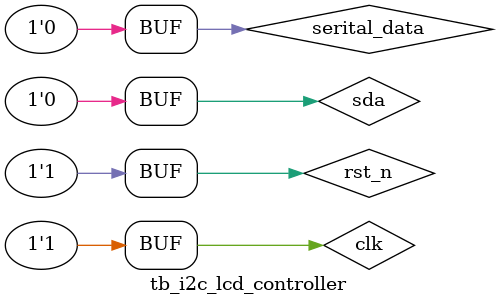
<source format=v>

module tb_i2c_lcd_controller;

  // Parameters

  //Ports
  reg  clk;
  reg  rst_n;
  wire [2:0] status;
  wire scl;
  wire sda;
  reg serital_data;
  reg [7:0] debug;
  
  assign sda = serital_data ? 1'bz : 0;

  i2c_lcd_controller  i2c_lcd_controller_inst (
    .clk(clk),
    .rst_n(rst_n),
    .status(status),
    .scl(scl),
    .sda(sda)
  );

	localparam T = 10;
	always begin
		clk = 1'b0;
		#(T/2);
		clk = 1'b1;
		#(T/2);
	end
	
	initial begin
		serital_data = 0;
		rst_n = 0;
		#T;
		rst_n = 1;
		
//		wait(status == 3'b110); // yellow -> beginning of writing phase
//		#(8*4000*T);	// wait writing 8 bit
//		debug = 1;
//		// fake ack signal
//		serital_data = 0;
//		#(4000*T); // 1 scl
//		serital_data = 1;
//		wait(status == 3'b001); // blue -> check ack 
		
//		wait(status == 3'b110); // yellow -> beginning of writing phase
//		#(8*4000*T);	// wait writing 8 bit
//		debug = 2;
//		// fake ack signal
//		serital_data = 0;
//		#(4000*T); // 1 scl
//		serital_data = 1;
//		wait(status == 3'b001); // blue -> check ack 
		
//		wait(status == 3'b110); // yellow -> beginning of writing phase
//		#(8*4000*T);	// wait writing 8 bit
//		debug = 3;
//		// fake ack signal
//		serital_data = 0;
//		#(4000*T); // 1 scl
//		serital_data = 1;
//		wait(status == 3'b001); // blue -> check ack 
		
//		wait(status == 3'b110); // yellow -> beginning of writing phase
//		#(8*4000*T);	// wait writing 8 bit
//		debug = 4;
//		// fake ack signal
//		serital_data = 0;
//		#(4000*T); // 1 scl
//		serital_data = 1;
//		wait(status == 3'b001); // blue -> check ack 
		
//		wait(status == 3'b110); // yellow -> beginning of writing phase
//		#(8*4000*T);	// wait writing 8 bit
//		debug = 1;
//		// fake ack signal
//		serital_data = 0;
//		#(4000*T); // 1 scl
//		serital_data = 1;
//		wait(status == 3'b001); // blue -> check ack 
		
//		wait(status == 3'b110); // yellow -> beginning of writing phase
//		#(8*4000*T);	// wait writing 8 bit
//		debug = 2;
//		// fake ack signal
//		serital_data = 0;
//		#(4000*T); // 1 scl
//		serital_data = 1;
//		wait(status == 3'b001); // blue -> check ack 
		
//		wait(status == 3'b110); // yellow -> beginning of writing phase
//		#(8*4000*T);	// wait writing 8 bit
//		debug = 3;
//		// fake ack signal
//		serital_data = 0;
//		#(4000*T); // 1 scl
//		serital_data = 1;
//		wait(status == 3'b001); // blue -> check ack 
		
//		wait(status == 3'b110); // yellow -> beginning of writing phase
//		#(8*4000*T);	// wait writing 8 bit
//		debug = 4;
//		// fake ack signal
//		serital_data = 0;
//		#(4000*T); // 1 scl
//		serital_data = 1;
//		wait(status == 3'b001); // blue -> check ack 
		
//		wait(status == 3'b110); // yellow -> beginning of writing phase
//		#(8*4000*T);	// wait writing 8 bit
//		debug = 1;
//		// fake ack signal
//		serital_data = 0;
//		#(4000*T); // 1 scl
//		serital_data = 1;
//		wait(status == 3'b001); // blue -> check ack 
		
//		wait(status == 3'b110); // yellow -> beginning of writing phase
//		#(8*4000*T);	// wait writing 8 bit
//		debug = 2;
//		// fake ack signal
//		serital_data = 0;
//		#(4000*T); // 1 scl
//		serital_data = 1;
//		wait(status == 3'b001); // blue -> check ack 
		
//		wait(status == 3'b110); // yellow -> beginning of writing phase
//		#(8*4000*T);	// wait writing 8 bit
//		debug = 3;
//		// fake ack signal
//		serital_data = 0;
//		#(4000*T); // 1 scl
//		serital_data = 1;
//		wait(status == 3'b001); // blue -> check ack 
		
//		wait(status == 3'b110); // yellow -> beginning of writing phase
//		#(8*4000*T);	// wait writing 8 bit
//		debug = 4;
//		// fake ack signal
//		serital_data = 0;
//		#(4000*T); // 1 scl
//		serital_data = 1;
//		wait(status == 3'b001); // blue -> check ack 
	end
endmodule
</source>
